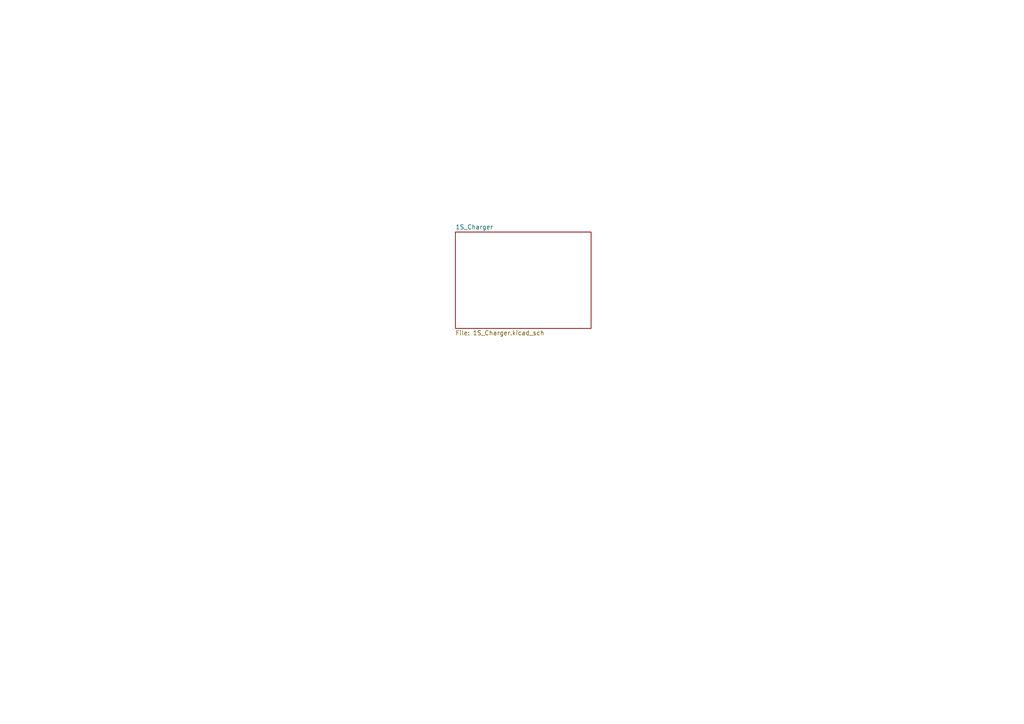
<source format=kicad_sch>
(kicad_sch (version 20230121) (generator eeschema)
  (paper "A4")
  (lib_symbols
    (symbol "Component_lib:54722-0604"
      (property "Reference" "J" (at 5.08 7.62 0))
      (property "Value" "54722-0604" (at 5.08 5.08 0))
      (symbol "54722-0604_1_1"
        (rectangle (start 2.54 2.54) (end 17.78 -76.2) (stroke (width 0.254)) (fill (type background)))
        (pin passive line (at 0 0 0) (length 2.54) (name "1") (number "1"))
        (pin passive line (at 20.32 -10.16 180) (length 2.54) (name "10") (number "10"))
        (pin passive line (at 0 -12.7 0) (length 2.54) (name "11") (number "11"))
        (pin passive line (at 20.32 -12.7 180) (length 2.54) (name "12") (number "12"))
        (pin passive line (at 0 -15.24 0) (length 2.54) (name "13") (number "13"))
        (pin passive line (at 20.32 -15.24 180) (length 2.54) (name "14") (number "14"))
        (pin passive line (at 0 -17.78 0) (length 2.54) (name "15") (number "15"))
        (pin passive line (at 20.32 -17.78 180) (length 2.54) (name "16") (number "16"))
        (pin passive line (at 0 -20.32 0) (length 2.54) (name "17") (number "17"))
        (pin passive line (at 20.32 -20.32 180) (length 2.54) (name "18") (number "18"))
        (pin passive line (at 0 -22.86 0) (length 2.54) (name "19") (number "19"))
        (pin passive line (at 20.32 0 180) (length 2.54) (name "2") (number "2"))
        (pin passive line (at 20.32 -22.86 180) (length 2.54) (name "20") (number "20"))
        (pin passive line (at 0 -25.4 0) (length 2.54) (name "21") (number "21"))
        (pin passive line (at 20.32 -25.4 180) (length 2.54) (name "22") (number "22"))
        (pin passive line (at 0 -27.94 0) (length 2.54) (name "23") (number "23"))
        (pin passive line (at 20.32 -27.94 180) (length 2.54) (name "24") (number "24"))
        (pin passive line (at 0 -30.48 0) (length 2.54) (name "25") (number "25"))
        (pin passive line (at 20.32 -30.48 180) (length 2.54) (name "26") (number "26"))
        (pin passive line (at 0 -33.02 0) (length 2.54) (name "27") (number "27"))
        (pin passive line (at 20.32 -33.02 180) (length 2.54) (name "28") (number "28"))
        (pin passive line (at 0 -35.56 0) (length 2.54) (name "29") (number "29"))
        (pin passive line (at 0 -2.54 0) (length 2.54) (name "3") (number "3"))
        (pin passive line (at 20.32 -35.56 180) (length 2.54) (name "30") (number "30"))
        (pin passive line (at 0 -38.1 0) (length 2.54) (name "31") (number "31"))
        (pin passive line (at 20.32 -38.1 180) (length 2.54) (name "32") (number "32"))
        (pin passive line (at 0 -40.64 0) (length 2.54) (name "33") (number "33"))
        (pin passive line (at 20.32 -40.64 180) (length 2.54) (name "34") (number "34"))
        (pin passive line (at 0 -43.18 0) (length 2.54) (name "35") (number "35"))
        (pin passive line (at 20.32 -43.18 180) (length 2.54) (name "36") (number "36"))
        (pin passive line (at 0 -45.72 0) (length 2.54) (name "37") (number "37"))
        (pin passive line (at 20.32 -45.72 180) (length 2.54) (name "38") (number "38"))
        (pin passive line (at 0 -48.26 0) (length 2.54) (name "39") (number "39"))
        (pin passive line (at 20.32 -2.54 180) (length 2.54) (name "4") (number "4"))
        (pin passive line (at 20.32 -48.26 180) (length 2.54) (name "40") (number "40"))
        (pin passive line (at 0 -50.8 0) (length 2.54) (name "41") (number "41"))
        (pin passive line (at 20.32 -50.8 180) (length 2.54) (name "42") (number "42"))
        (pin passive line (at 0 -53.34 0) (length 2.54) (name "43") (number "43"))
        (pin passive line (at 20.32 -53.34 180) (length 2.54) (name "44") (number "44"))
        (pin passive line (at 0 -55.88 0) (length 2.54) (name "45") (number "45"))
        (pin passive line (at 20.32 -55.88 180) (length 2.54) (name "46") (number "46"))
        (pin passive line (at 0 -58.42 0) (length 2.54) (name "47") (number "47"))
        (pin passive line (at 20.32 -58.42 180) (length 2.54) (name "48") (number "48"))
        (pin passive line (at 0 -60.96 0) (length 2.54) (name "49") (number "49"))
        (pin passive line (at 0 -5.08 0) (length 2.54) (name "5") (number "5"))
        (pin passive line (at 20.32 -60.96 180) (length 2.54) (name "50") (number "50"))
        (pin passive line (at 0 -63.5 0) (length 2.54) (name "51") (number "51"))
        (pin passive line (at 20.32 -63.5 180) (length 2.54) (name "52") (number "52"))
        (pin passive line (at 0 -66.04 0) (length 2.54) (name "53") (number "53"))
        (pin passive line (at 20.32 -66.04 180) (length 2.54) (name "54") (number "54"))
        (pin passive line (at 0 -68.58 0) (length 2.54) (name "55") (number "55"))
        (pin passive line (at 20.32 -68.58 180) (length 2.54) (name "56") (number "56"))
        (pin passive line (at 0 -71.12 0) (length 2.54) (name "57") (number "57"))
        (pin passive line (at 20.32 -71.12 180) (length 2.54) (name "58") (number "58"))
        (pin passive line (at 0 -73.66 0) (length 2.54) (name "59") (number "59"))
        (pin passive line (at 20.32 -5.08 180) (length 2.54) (name "6") (number "6"))
        (pin passive line (at 20.32 -73.66 180) (length 2.54) (name "60") (number "60"))
        (pin passive line (at 0 -7.62 0) (length 2.54) (name "7") (number "7"))
        (pin passive line (at 20.32 -7.62 180) (length 2.54) (name "8") (number "8"))
        (pin passive line (at 0 -10.16 0) (length 2.54) (name "9") (number "9"))
      )
    )
  )
  (symbol (lib_id "Component_lib:54722-0604") (at 100.33 -93.98 0) (unit 1)
    (property "Reference" "J1" (at 110.49 -100.33 0))
    (property "Value" "54722-0604" (at 110.49 -97.79 0))
    (property "Footprint" "547220604" (effects hide))
    (property "Datasheet" "https://componentsearchengine.com/Datasheets/1/54722-0604.pdf" (effects hide))
    (property "Height" "1.35" (effects hide))
    (property "Mouser Part Number" "538-54722-0604" (effects hide))
    (property "Mouser Price/Stock" "https://www.mouser.co.uk/ProductDetail/Molex/54722-0604?qs=OdNwOVlk5%2FhqhipZBZs72A%3D%3D" (effects hide))
    (property "Manufacturer_Name" "Molex" (effects hide))
    (property "Manufacturer_Part_Number" "54722-0604" (effects hide))
  )
  (sheet (at 132.08 67.31) (size 39.37 27.94) (stroke (width 0.1524))
    (property "Sheetname" "1S_Charger" (at 132.08 66.5984 0) (effects (justify left bottom)))
    (property "Sheetfile" "1S_Charger.kicad_sch" (at 132.08 95.8346 0) (effects (justify left top)))
  )
)
</source>
